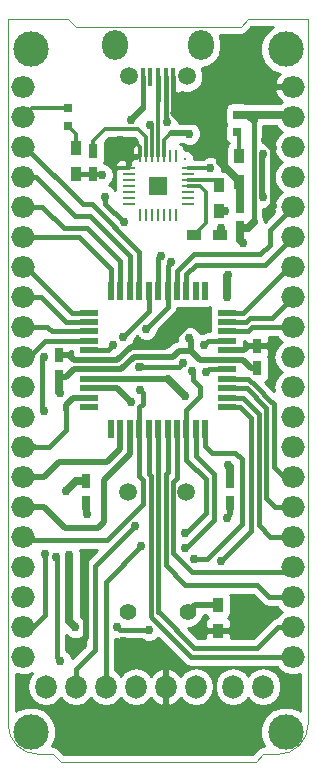
<source format=gtl>
G04 #@! TF.FileFunction,Copper,L1,Top,Signal*
%FSLAX46Y46*%
G04 Gerber Fmt 4.6, Leading zero omitted, Abs format (unit mm)*
G04 Created by KiCad (PCBNEW 4.0.4-stable) date 08/11/17 11:51:25*
%MOMM*%
%LPD*%
G01*
G04 APERTURE LIST*
%ADD10C,0.150000*%
%ADD11C,0.100000*%
%ADD12O,1.800000X2.000000*%
%ADD13O,2.000000X1.800000*%
%ADD14C,3.000000*%
%ADD15R,0.750000X1.200000*%
%ADD16R,0.900000X1.200000*%
%ADD17R,1.600000X0.560000*%
%ADD18R,0.560000X1.600000*%
%ADD19R,1.200000X0.900000*%
%ADD20R,0.400000X1.600000*%
%ADD21C,1.500000*%
%ADD22O,2.200000X2.500000*%
%ADD23R,0.797560X0.797560*%
%ADD24C,1.397000*%
%ADD25R,0.231140X1.000760*%
%ADD26R,1.000760X0.231140*%
%ADD27R,1.501140X1.501140*%
%ADD28C,0.299720*%
%ADD29C,0.760000*%
%ADD30C,0.381000*%
%ADD31C,0.635000*%
%ADD32C,0.508000*%
%ADD33C,0.304800*%
%ADD34C,0.254000*%
G04 APERTURE END LIST*
D10*
D11*
X136144000Y-85090000D02*
X143256000Y-85090000D01*
X129540000Y-146685000D02*
X130810000Y-146685000D01*
X148590000Y-146685000D02*
X149225000Y-146685000D01*
X147955000Y-147320000D02*
X148590000Y-146685000D01*
X131445000Y-147320000D02*
X147955000Y-147320000D01*
X130810000Y-146685000D02*
X131445000Y-147320000D01*
X132080000Y-84455000D02*
X127000000Y-84455000D01*
X132715000Y-85090000D02*
X132080000Y-84455000D01*
X133985000Y-85090000D02*
X132715000Y-85090000D01*
X136144000Y-85090000D02*
X135890000Y-85090000D01*
X143510000Y-85090000D02*
X143256000Y-85090000D01*
X146050000Y-85090000D02*
X143510000Y-85090000D01*
X134620000Y-85090000D02*
X135890000Y-85090000D01*
X149225000Y-146685000D02*
X149860000Y-146685000D01*
X146685000Y-85090000D02*
X146050000Y-85090000D01*
X147320000Y-84455000D02*
X146685000Y-85090000D01*
X152400000Y-84455000D02*
X147320000Y-84455000D01*
X152400000Y-85090000D02*
X152400000Y-84455000D01*
X133985000Y-85090000D02*
X134620000Y-85090000D01*
X127000000Y-85090000D02*
X127000000Y-84455000D01*
X127000000Y-144145000D02*
X127000000Y-140335000D01*
X152400000Y-142875000D02*
X152400000Y-144145000D01*
X127000000Y-144145000D02*
G75*
G03X129540000Y-146685000I2540000J0D01*
G01*
X149860000Y-146685000D02*
G75*
G03X152400000Y-144145000I0J2540000D01*
G01*
X127000000Y-139700000D02*
X127000000Y-140335000D01*
X152400000Y-139700000D02*
X152400000Y-142875000D01*
X152400000Y-85090000D02*
X152400000Y-90170000D01*
X127000000Y-90170000D02*
X127000000Y-85090000D01*
X152400000Y-90170000D02*
X152400000Y-139700000D01*
X127000000Y-90170000D02*
X127000000Y-139700000D01*
D12*
X142875000Y-140970000D03*
X140335000Y-140970000D03*
X137795000Y-140970000D03*
X135255000Y-140970000D03*
X132715000Y-140970000D03*
X130175000Y-140970000D03*
X146050000Y-140970000D03*
X148590000Y-140970000D03*
D13*
X151130000Y-115570000D03*
X151130000Y-118110000D03*
X151130000Y-120650000D03*
X151130000Y-123190000D03*
X151130000Y-125730000D03*
X151130000Y-128270000D03*
X151130000Y-130810000D03*
X151130000Y-133350000D03*
X151130000Y-135890000D03*
X151130000Y-138430000D03*
X128270000Y-138430000D03*
X128270000Y-135890000D03*
X128270000Y-133350000D03*
X128270000Y-130810000D03*
X128270000Y-128270000D03*
X128270000Y-125730000D03*
X128270000Y-123190000D03*
X128270000Y-120650000D03*
X128270000Y-118110000D03*
X128270000Y-115570000D03*
X151130000Y-90170000D03*
X151130000Y-92710000D03*
X151130000Y-95250000D03*
X151130000Y-97790000D03*
X151130000Y-100330000D03*
X151130000Y-102870000D03*
X151130000Y-105410000D03*
X151130000Y-107950000D03*
X151130000Y-110490000D03*
X151130000Y-113030000D03*
X128270000Y-113030000D03*
X128270000Y-110490000D03*
X128270000Y-107950000D03*
X128270000Y-105410000D03*
X128270000Y-102870000D03*
X128270000Y-100330000D03*
X128270000Y-97790000D03*
X128270000Y-95250000D03*
X128270000Y-92710000D03*
X128270000Y-90170000D03*
D14*
X150495000Y-86995000D03*
X128905000Y-86995000D03*
X150495000Y-144780000D03*
X128905000Y-144780000D03*
D15*
X145796000Y-123510000D03*
X145796000Y-125410000D03*
X133604000Y-123510000D03*
X133604000Y-125410000D03*
X148082000Y-112080000D03*
X148082000Y-113980000D03*
X131318000Y-112842000D03*
X131318000Y-114742000D03*
D16*
X144780000Y-134028000D03*
X144780000Y-136228000D03*
X146558000Y-98229600D03*
X146558000Y-96029600D03*
X132740400Y-95318400D03*
X132740400Y-97518400D03*
D17*
X145550000Y-117284000D03*
X145550000Y-116484000D03*
X145550000Y-115684000D03*
X145550000Y-114884000D03*
X145550000Y-114084000D03*
X145550000Y-113284000D03*
X145550000Y-112484000D03*
X145550000Y-111684000D03*
X145550000Y-110884000D03*
X145550000Y-110084000D03*
X145550000Y-109284000D03*
D18*
X143700000Y-107434000D03*
X142900000Y-107434000D03*
X142100000Y-107434000D03*
X141300000Y-107434000D03*
X140500000Y-107434000D03*
X139700000Y-107434000D03*
X138900000Y-107434000D03*
X138100000Y-107434000D03*
X137300000Y-107434000D03*
X136500000Y-107434000D03*
X135700000Y-107434000D03*
D17*
X133850000Y-109284000D03*
X133850000Y-110084000D03*
X133850000Y-110884000D03*
X133850000Y-111684000D03*
X133850000Y-112484000D03*
X133850000Y-113284000D03*
X133850000Y-114084000D03*
X133850000Y-114884000D03*
X133850000Y-115684000D03*
X133850000Y-116484000D03*
X133850000Y-117284000D03*
D18*
X135700000Y-119134000D03*
X136500000Y-119134000D03*
X137300000Y-119134000D03*
X138100000Y-119134000D03*
X138900000Y-119134000D03*
X139700000Y-119134000D03*
X140500000Y-119134000D03*
X141300000Y-119134000D03*
X142100000Y-119134000D03*
X142900000Y-119134000D03*
X143700000Y-119134000D03*
D15*
X146608800Y-100243600D03*
X146608800Y-102143600D03*
X134213600Y-97520800D03*
X134213600Y-95620800D03*
D16*
X144881600Y-100718800D03*
X144881600Y-98518800D03*
D19*
X144965600Y-102717600D03*
X142765600Y-102717600D03*
D20*
X141000000Y-89381000D03*
X140350000Y-89381000D03*
X139700000Y-89381000D03*
X139050000Y-89381000D03*
X138400000Y-89381000D03*
D21*
X142125000Y-89281000D03*
D22*
X143325000Y-86631000D03*
D21*
X137275000Y-89281000D03*
D22*
X136075000Y-86631000D03*
D23*
X146405600Y-94018100D03*
X146405600Y-92519500D03*
X132029200Y-91960700D03*
X132029200Y-93459300D03*
D24*
X142240000Y-134620000D03*
X137160000Y-134620000D03*
D25*
X138198860Y-96052640D03*
X138699240Y-96052640D03*
X139199620Y-96052640D03*
X139700000Y-96052640D03*
X140200380Y-96052640D03*
X140700760Y-96052640D03*
X141201140Y-96052640D03*
D26*
X142199360Y-97050860D03*
X142199360Y-97551240D03*
X142199360Y-98051620D03*
X142199360Y-98552000D03*
X142199360Y-99052380D03*
X142199360Y-99552760D03*
X142199360Y-100053140D03*
D25*
X141201140Y-101051360D03*
X140700760Y-101051360D03*
X140200380Y-101051360D03*
X139700000Y-101051360D03*
X139199620Y-101051360D03*
X138699240Y-101051360D03*
X138198860Y-101051360D03*
D26*
X137200640Y-100053140D03*
X137200640Y-99552760D03*
X137200640Y-99052380D03*
X137200640Y-98552000D03*
X137200640Y-98051620D03*
X137200640Y-97551240D03*
X137200640Y-97050860D03*
D27*
X139700000Y-98552000D03*
D28*
X141950440Y-96301560D03*
D21*
X137160000Y-124460000D03*
X142060000Y-124460000D03*
D29*
X142900400Y-109575600D03*
X149352000Y-111861600D03*
X148945600Y-100736400D03*
X148742400Y-94640400D03*
X144932400Y-95148400D03*
X136448800Y-94640400D03*
X143560800Y-93116400D03*
X143205200Y-136550400D03*
X137972800Y-111658400D03*
X133756400Y-129641600D03*
X132842000Y-137566400D03*
X136753600Y-137058400D03*
X137718800Y-127355600D03*
X140817600Y-105003600D03*
X138684000Y-110642400D03*
X138226800Y-129082800D03*
X139903200Y-104495600D03*
X138910000Y-136150000D03*
X136180000Y-135900000D03*
X131430000Y-138760000D03*
X131080000Y-129990000D03*
X136702800Y-111353600D03*
X135229600Y-99466400D03*
X136804400Y-101650800D03*
X145389600Y-100685600D03*
X145034000Y-130302000D03*
X129997200Y-117602000D03*
X130048000Y-113030000D03*
X130098800Y-129743200D03*
X145034000Y-102108000D03*
X142748000Y-130149600D03*
X137414000Y-92964000D03*
X131419600Y-116078000D03*
X142341600Y-94132400D03*
X134975600Y-97637600D03*
X131876800Y-124409200D03*
X132689600Y-135940800D03*
X132181600Y-129794000D03*
X145643600Y-106121200D03*
X145542000Y-108000800D03*
X142341600Y-111455200D03*
X146862800Y-103428800D03*
X145643600Y-122174000D03*
X145491200Y-126644400D03*
X141986000Y-116332000D03*
X133654800Y-126339600D03*
X137414000Y-116840000D03*
X141986000Y-129235200D03*
X135890000Y-112014000D03*
X143560800Y-112014000D03*
X143713200Y-114350800D03*
X140411200Y-93167200D03*
X138988800Y-93421200D03*
X148590000Y-95859600D03*
X148590000Y-99466400D03*
X144119600Y-97078800D03*
X142595600Y-114249200D03*
X141935200Y-127914400D03*
X141782800Y-113588800D03*
X138176000Y-115874800D03*
X138074400Y-113893600D03*
D30*
X141000000Y-90932000D02*
X141000000Y-89381000D01*
D31*
X144932400Y-95148400D02*
X144932400Y-96520000D01*
X144932400Y-96520000D02*
X145338800Y-96926400D01*
X143560800Y-93116400D02*
X143560800Y-93776800D01*
X143560800Y-93776800D02*
X144932400Y-95148400D01*
D32*
X136245600Y-113284000D02*
X133850000Y-113284000D01*
X137363200Y-112166400D02*
X136245600Y-113284000D01*
X139446000Y-112166400D02*
X137363200Y-112166400D01*
X140309600Y-112166400D02*
X139446000Y-112166400D01*
X142900400Y-109575600D02*
X140309600Y-112166400D01*
X149133600Y-112080000D02*
X148082000Y-112080000D01*
X149352000Y-111861600D02*
X149133600Y-112080000D01*
D31*
X149453600Y-100228400D02*
X148945600Y-100736400D01*
D32*
X149453600Y-95351600D02*
X149453600Y-100228400D01*
D31*
X148742400Y-94640400D02*
X149453600Y-95351600D01*
X143560800Y-93776800D02*
X144932400Y-95148400D01*
D30*
X137566400Y-94640400D02*
X136448800Y-94640400D01*
X146558000Y-98229600D02*
X146558000Y-98145600D01*
D31*
X146558000Y-98145600D02*
X145338800Y-96926400D01*
D33*
X146558000Y-98229600D02*
X146558000Y-98094800D01*
D31*
X146608800Y-100243600D02*
X146608800Y-98280400D01*
D30*
X146608800Y-98280400D02*
X146558000Y-98229600D01*
X141000000Y-90905000D02*
X141000000Y-90932000D01*
X141000000Y-90932000D02*
X141000000Y-92384400D01*
D32*
X141000000Y-92384400D02*
X141732000Y-93116400D01*
X141732000Y-93116400D02*
X143560800Y-93116400D01*
D33*
X138198860Y-96052640D02*
X138198860Y-95272860D01*
X136116060Y-97050860D02*
X137200640Y-97050860D01*
X135382000Y-96316800D02*
X136116060Y-97050860D01*
X135382000Y-95300800D02*
X135382000Y-96316800D01*
X136042400Y-94640400D02*
X135382000Y-95300800D01*
X137566400Y-94640400D02*
X136042400Y-94640400D01*
X138198860Y-95272860D02*
X137566400Y-94640400D01*
D32*
X144780000Y-136228000D02*
X143527600Y-136228000D01*
X143527600Y-136228000D02*
X143205200Y-136550400D01*
X145550000Y-112484000D02*
X146951600Y-112484000D01*
X146951600Y-112484000D02*
X147355600Y-112080000D01*
X147355600Y-112080000D02*
X148082000Y-112080000D01*
X132588000Y-113284000D02*
X132146000Y-112842000D01*
X133850000Y-113284000D02*
X132588000Y-113284000D01*
X132146000Y-112842000D02*
X131318000Y-112842000D01*
X137972800Y-111658400D02*
X138480800Y-112166400D01*
X138480800Y-112166400D02*
X139395200Y-112166400D01*
X140335000Y-140970000D02*
X140335000Y-139065000D01*
X133604000Y-129794000D02*
X133756400Y-129641600D01*
X133604000Y-136804400D02*
X133604000Y-129794000D01*
X132842000Y-137566400D02*
X133604000Y-136804400D01*
X138328400Y-137058400D02*
X136753600Y-137058400D01*
X140335000Y-139065000D02*
X138328400Y-137058400D01*
D30*
X140500000Y-108724800D02*
X140500000Y-107434000D01*
X134315200Y-132588000D02*
X134315200Y-132130800D01*
X134315200Y-130759200D02*
X134315200Y-132130800D01*
X137718800Y-127355600D02*
X134315200Y-130759200D01*
X132715000Y-139420600D02*
X132715000Y-140970000D01*
X134315200Y-137820400D02*
X132715000Y-139420600D01*
X134315200Y-132232400D02*
X134315200Y-132588000D01*
X134315200Y-132588000D02*
X134315200Y-137820400D01*
X140500000Y-107434000D02*
X140500000Y-105321200D01*
X140500000Y-105321200D02*
X140817600Y-105003600D01*
X138684000Y-110642400D02*
X140500000Y-108826400D01*
X140500000Y-108826400D02*
X140500000Y-107434000D01*
X135255000Y-132054600D02*
X135255000Y-134035800D01*
X138226800Y-129082800D02*
X135255000Y-132054600D01*
X135255000Y-140970000D02*
X135255000Y-134112000D01*
X135255000Y-134112000D02*
X135255000Y-132562600D01*
X139700000Y-107434000D02*
X139700000Y-104698800D01*
X139700000Y-104698800D02*
X139903200Y-104495600D01*
X136430000Y-136150000D02*
X138910000Y-136150000D01*
X136180000Y-135900000D02*
X136430000Y-136150000D01*
X131100000Y-138430000D02*
X131430000Y-138760000D01*
X131100000Y-130010000D02*
X131100000Y-138430000D01*
X131080000Y-129990000D02*
X131100000Y-130010000D01*
D32*
X144780000Y-134028000D02*
X142832000Y-134028000D01*
X142832000Y-134028000D02*
X142240000Y-134620000D01*
D30*
X138900000Y-109156400D02*
X138900000Y-107434000D01*
X136702800Y-111353600D02*
X138900000Y-109156400D01*
X135229600Y-100076000D02*
X135229600Y-99466400D01*
X136804400Y-101650800D02*
X135229600Y-100076000D01*
X145356400Y-100718800D02*
X145389600Y-100685600D01*
X144881600Y-100718800D02*
X145356400Y-100718800D01*
X146646400Y-117284000D02*
X147574000Y-118211600D01*
X147574000Y-118211600D02*
X147574000Y-127762000D01*
X147574000Y-127762000D02*
X145034000Y-130302000D01*
X145550000Y-117284000D02*
X146646400Y-117284000D01*
X129997200Y-117602000D02*
X129844800Y-117449600D01*
X129844800Y-117449600D02*
X129844800Y-113233200D01*
X129844800Y-113233200D02*
X130048000Y-113030000D01*
X128270000Y-135890000D02*
X129133600Y-135890000D01*
X129133600Y-135890000D02*
X130098800Y-134924800D01*
X130098800Y-134924800D02*
X130098800Y-129743200D01*
X144965600Y-102717600D02*
X144965600Y-102176400D01*
X144965600Y-102176400D02*
X145034000Y-102108000D01*
D33*
X132029200Y-91960700D02*
X129019300Y-91960700D01*
X129019300Y-91960700D02*
X128270000Y-92710000D01*
D30*
X143700000Y-120586000D02*
X144246600Y-121132600D01*
X144246600Y-121132600D02*
X146227800Y-121132600D01*
X146227800Y-121132600D02*
X146812000Y-121716800D01*
X146812000Y-121716800D02*
X146812000Y-127152400D01*
X146812000Y-127152400D02*
X143814800Y-130149600D01*
X143814800Y-130149600D02*
X142748000Y-130149600D01*
X143700000Y-119134000D02*
X143700000Y-120586000D01*
D31*
X145796000Y-123510000D02*
X145796000Y-122326400D01*
D30*
X138400000Y-89381000D02*
X138400000Y-90905000D01*
D32*
X137414000Y-92964000D02*
X138400000Y-91978000D01*
D30*
X138400000Y-91978000D02*
X138400000Y-90905000D01*
D31*
X131318000Y-115976400D02*
X131318000Y-114742000D01*
D32*
X131419600Y-116078000D02*
X131318000Y-115976400D01*
X139344400Y-113030000D02*
X137617200Y-113030000D01*
X136563200Y-114084000D02*
X133850000Y-114084000D01*
X137617200Y-113030000D02*
X136563200Y-114084000D01*
D30*
X139344400Y-113030000D02*
X139242800Y-113030000D01*
D32*
X141427200Y-112522000D02*
X140919200Y-113030000D01*
X140919200Y-113030000D02*
X139344400Y-113030000D01*
X142494000Y-112522000D02*
X141427200Y-112522000D01*
X145550000Y-113284000D02*
X143256000Y-113284000D01*
X143256000Y-113284000D02*
X142494000Y-112522000D01*
D33*
X140200380Y-96052640D02*
X140200380Y-94648020D01*
X140200380Y-94648020D02*
X140766800Y-94081600D01*
D32*
X140766800Y-94081600D02*
X142290800Y-94081600D01*
D33*
X142290800Y-94081600D02*
X142341600Y-94132400D01*
D30*
X134213600Y-97520800D02*
X134858800Y-97520800D01*
X134858800Y-97520800D02*
X134975600Y-97637600D01*
D31*
X146405600Y-92519500D02*
X150939500Y-92519500D01*
D30*
X150939500Y-92519500D02*
X151130000Y-92710000D01*
D31*
X146608800Y-102143600D02*
X147284400Y-102143600D01*
D30*
X147281900Y-92519500D02*
X146405600Y-92519500D01*
D31*
X147777200Y-93014800D02*
X147281900Y-92519500D01*
D30*
X147777200Y-101650800D02*
X147777200Y-93014800D01*
D31*
X147284400Y-102143600D02*
X147777200Y-101650800D01*
D30*
X134213600Y-97520800D02*
X132742800Y-97520800D01*
X132742800Y-97520800D02*
X132740400Y-97518400D01*
D33*
X150939500Y-92519500D02*
X151130000Y-92710000D01*
D31*
X132776000Y-123510000D02*
X133604000Y-123510000D01*
X131876800Y-124409200D02*
X132776000Y-123510000D01*
X132689600Y-135940800D02*
X132181600Y-135432800D01*
X132181600Y-135432800D02*
X132181600Y-129794000D01*
D32*
X145550000Y-113284000D02*
X146862800Y-113284000D01*
X147558800Y-113980000D02*
X148082000Y-113980000D01*
X146862800Y-113284000D02*
X147558800Y-113980000D01*
X132550000Y-114084000D02*
X131892000Y-114742000D01*
X133850000Y-114084000D02*
X132550000Y-114084000D01*
X131892000Y-114742000D02*
X131318000Y-114742000D01*
X145643600Y-106121200D02*
X145542000Y-106222800D01*
D31*
X145542000Y-106222800D02*
X145542000Y-108000800D01*
D32*
X142341600Y-111455200D02*
X142494000Y-111607600D01*
X142494000Y-111607600D02*
X142494000Y-112522000D01*
D31*
X146608800Y-102143600D02*
X146608800Y-103174800D01*
X146608800Y-103174800D02*
X146862800Y-103428800D01*
D32*
X145796000Y-122326400D02*
X145643600Y-122174000D01*
X145796000Y-125410000D02*
X145796000Y-126339600D01*
X145796000Y-126339600D02*
X145491200Y-126644400D01*
D31*
X140538000Y-114884000D02*
X141986000Y-116332000D01*
D32*
X133850000Y-114884000D02*
X140538000Y-114884000D01*
X133604000Y-125410000D02*
X133604000Y-126288800D01*
X133604000Y-126288800D02*
X133654800Y-126339600D01*
X136258000Y-115684000D02*
X137414000Y-116840000D01*
X133850000Y-115684000D02*
X136258000Y-115684000D01*
D33*
X146558000Y-96029600D02*
X146558000Y-94170500D01*
X146558000Y-94170500D02*
X146405600Y-94018100D01*
X132740400Y-95318400D02*
X132740400Y-94170500D01*
X132740400Y-94170500D02*
X132029200Y-93459300D01*
D30*
X142900000Y-121411600D02*
X144424400Y-122936000D01*
X144424400Y-122936000D02*
X144424400Y-126847600D01*
X144424400Y-126847600D02*
X142036800Y-129235200D01*
X142036800Y-129235200D02*
X141986000Y-129235200D01*
X142900000Y-119134000D02*
X142900000Y-121411600D01*
D32*
X137300000Y-121272000D02*
X135128000Y-123444000D01*
X135128000Y-123444000D02*
X135128000Y-127000000D01*
X135128000Y-127000000D02*
X134620000Y-127508000D01*
X134620000Y-127508000D02*
X131826000Y-127508000D01*
X131826000Y-127508000D02*
X130048000Y-125730000D01*
X130048000Y-125730000D02*
X128270000Y-125730000D01*
X137300000Y-119134000D02*
X137300000Y-121272000D01*
X136500000Y-120802000D02*
X135382000Y-121920000D01*
X135382000Y-121920000D02*
X131318000Y-121920000D01*
X131318000Y-121920000D02*
X130048000Y-123190000D01*
X130048000Y-123190000D02*
X128270000Y-123190000D01*
X136500000Y-119134000D02*
X136500000Y-120802000D01*
D30*
X131876800Y-117500400D02*
X131876800Y-119227600D01*
X130454400Y-120650000D02*
X128270000Y-120650000D01*
X131876800Y-119227600D02*
X130454400Y-120650000D01*
D32*
X129286000Y-120650000D02*
X128270000Y-120650000D01*
X132486800Y-116484000D02*
X131876800Y-117094000D01*
X131876800Y-117094000D02*
X131876800Y-117500400D01*
X133850000Y-116484000D02*
X132486800Y-116484000D01*
D30*
X135420000Y-112484000D02*
X135890000Y-112014000D01*
X133850000Y-112484000D02*
X135420000Y-112484000D01*
X128778000Y-113030000D02*
X128270000Y-113030000D01*
X130124000Y-111684000D02*
X128778000Y-113030000D01*
X133850000Y-111684000D02*
X130124000Y-111684000D01*
X130696000Y-110884000D02*
X130302000Y-110490000D01*
X130302000Y-110490000D02*
X128270000Y-110490000D01*
X133850000Y-110884000D02*
X130696000Y-110884000D01*
X131928000Y-110084000D02*
X129794000Y-107950000D01*
X129794000Y-107950000D02*
X128270000Y-107950000D01*
X133850000Y-110084000D02*
X131928000Y-110084000D01*
X128524000Y-105410000D02*
X128270000Y-105410000D01*
X132398000Y-109284000D02*
X128524000Y-105410000D01*
X133850000Y-109284000D02*
X132398000Y-109284000D01*
X135700000Y-107434000D02*
X135700000Y-105575600D01*
X132994400Y-102870000D02*
X128270000Y-102870000D01*
X135700000Y-105575600D02*
X132994400Y-102870000D01*
X136500000Y-107434000D02*
X136500000Y-104953200D01*
X129895600Y-100330000D02*
X128270000Y-100330000D01*
X131724400Y-102158800D02*
X129895600Y-100330000D01*
X133705600Y-102158800D02*
X131724400Y-102158800D01*
X136500000Y-104953200D02*
X133705600Y-102158800D01*
X137300000Y-107434000D02*
X137300000Y-104483200D01*
X133959600Y-101142800D02*
X132689600Y-101142800D01*
X137300000Y-104483200D02*
X133959600Y-101142800D01*
X129336800Y-97790000D02*
X128270000Y-97790000D01*
X132689600Y-101142800D02*
X129336800Y-97790000D01*
X134010400Y-100126800D02*
X133299200Y-100126800D01*
X133299200Y-100126800D02*
X128422400Y-95250000D01*
X128422400Y-95250000D02*
X128270000Y-95250000D01*
X138100000Y-107434000D02*
X138100000Y-104114800D01*
X134112000Y-100126800D02*
X134010400Y-100126800D01*
X138100000Y-104114800D02*
X134112000Y-100126800D01*
X128422400Y-95250000D02*
X128270000Y-95250000D01*
X141300000Y-107434000D02*
X141300000Y-105740400D01*
X149148800Y-102311200D02*
X151130000Y-100330000D01*
X149148800Y-103530400D02*
X149148800Y-102311200D01*
X148336000Y-104343200D02*
X149148800Y-103530400D01*
X142697200Y-104343200D02*
X148336000Y-104343200D01*
X141300000Y-105740400D02*
X142697200Y-104343200D01*
X142100000Y-107434000D02*
X142100000Y-106058000D01*
X148742400Y-105257600D02*
X151130000Y-102870000D01*
X142900400Y-105257600D02*
X148742400Y-105257600D01*
X142100000Y-106058000D02*
X142900400Y-105257600D01*
X145550000Y-109284000D02*
X146900400Y-109284000D01*
X146900400Y-109284000D02*
X150774400Y-105410000D01*
X150774400Y-105410000D02*
X151130000Y-105410000D01*
X145550000Y-110084000D02*
X147167200Y-110084000D01*
X149301200Y-109778800D02*
X151130000Y-107950000D01*
X147472400Y-109778800D02*
X149301200Y-109778800D01*
X147167200Y-110084000D02*
X147472400Y-109778800D01*
X145550000Y-110884000D02*
X147281600Y-110884000D01*
X147675600Y-110490000D02*
X151130000Y-110490000D01*
X147281600Y-110884000D02*
X147675600Y-110490000D01*
X145550000Y-111684000D02*
X143890800Y-111684000D01*
X143890800Y-111684000D02*
X143560800Y-112014000D01*
X145550000Y-114084000D02*
X143980000Y-114084000D01*
X143980000Y-114084000D02*
X143713200Y-114350800D01*
X149504404Y-121005600D02*
X149504404Y-122377204D01*
X149504404Y-122377204D02*
X150317200Y-123190000D01*
X150317200Y-123190000D02*
X151130000Y-123190000D01*
X147946814Y-115501986D02*
X149293014Y-116848186D01*
X147328828Y-114884000D02*
X147946814Y-115501986D01*
X145550000Y-114884000D02*
X147328828Y-114884000D01*
X149504404Y-117043204D02*
X149504404Y-121005600D01*
X149309386Y-116848186D02*
X149504404Y-117043204D01*
X149293014Y-116848186D02*
X149309386Y-116848186D01*
X145550000Y-115684000D02*
X147230800Y-115684000D01*
X149606000Y-125730000D02*
X151130000Y-125730000D01*
X148869402Y-124993402D02*
X149606000Y-125730000D01*
X148869402Y-117322602D02*
X148869402Y-124993402D01*
X147230800Y-115684000D02*
X148869402Y-117322602D01*
X145550000Y-116484000D02*
X146862400Y-116484000D01*
X149199600Y-128270000D02*
X151130000Y-128270000D01*
X148234400Y-127304800D02*
X149199600Y-128270000D01*
X148234400Y-117856000D02*
X148234400Y-127304800D01*
X146862400Y-116484000D02*
X148234400Y-117856000D01*
X150672800Y-131267200D02*
X151130000Y-130810000D01*
X140970008Y-129641608D02*
X142595600Y-131267200D01*
X142595600Y-131267200D02*
X150672800Y-131267200D01*
X141300000Y-119134000D02*
X141300000Y-123317208D01*
X140970008Y-123647200D02*
X140970008Y-124460000D01*
X141300000Y-123317208D02*
X140970008Y-123647200D01*
X140970008Y-124460000D02*
X140970008Y-129641608D01*
X148082000Y-132334000D02*
X149098000Y-133350000D01*
X141986000Y-132334000D02*
X148082000Y-132334000D01*
X149098000Y-133350000D02*
X151130000Y-133350000D01*
X140500000Y-122809418D02*
X140335006Y-122974412D01*
X140335006Y-122974412D02*
X140335006Y-125730000D01*
X140500000Y-119134000D02*
X140500000Y-122809418D01*
X140335006Y-130683006D02*
X141986000Y-132334000D01*
X140335006Y-125730000D02*
X140335006Y-130683006D01*
X139700000Y-122377200D02*
X139700000Y-122428000D01*
X139700000Y-119134000D02*
X139700000Y-122377200D01*
X139700004Y-134620004D02*
X139827002Y-134747002D01*
X139700000Y-122682000D02*
X139700000Y-122377200D01*
X139700004Y-122682004D02*
X139700004Y-123596400D01*
X139700000Y-122682000D02*
X139700004Y-122682004D01*
X151130000Y-135890000D02*
X149860000Y-135890000D01*
X148082000Y-137668000D02*
X149860000Y-135890000D01*
X142748000Y-137668000D02*
X148082000Y-137668000D01*
X139827002Y-134747002D02*
X142748000Y-137668000D01*
X139700004Y-123596400D02*
X139700004Y-134620004D01*
X139192000Y-135128000D02*
X142494000Y-138430000D01*
X142494000Y-138430000D02*
X151130000Y-138430000D01*
X138900000Y-119134000D02*
X138900000Y-121818400D01*
X138900000Y-122948800D02*
X139065002Y-123113802D01*
X139065002Y-123113802D02*
X139065002Y-135001002D01*
X139065002Y-135001002D02*
X139192000Y-135128000D01*
X138900000Y-121818400D02*
X138900000Y-122948800D01*
D33*
X138699240Y-96052640D02*
X138699240Y-94452440D01*
X134213600Y-94742000D02*
X134213600Y-95620800D01*
X135229600Y-93726000D02*
X134213600Y-94742000D01*
X137972800Y-93726000D02*
X135229600Y-93726000D01*
X138699240Y-94452440D02*
X137972800Y-93726000D01*
D30*
X140350000Y-89381000D02*
X140350000Y-93106000D01*
X140350000Y-93106000D02*
X140411200Y-93167200D01*
X140350000Y-91059000D02*
X140350000Y-89381000D01*
D33*
X139199620Y-96052640D02*
X139199620Y-93632020D01*
X140350000Y-93106000D02*
X140350000Y-91059000D01*
X140350000Y-91059000D02*
X140350000Y-90905000D01*
X140411200Y-93167200D02*
X140350000Y-93106000D01*
X139199620Y-93632020D02*
X138988800Y-93421200D01*
D32*
X148488400Y-96875600D02*
X148488400Y-95961200D01*
X148488400Y-95961200D02*
X148590000Y-95859600D01*
X148488400Y-99364800D02*
X148488400Y-96875600D01*
X148590000Y-99466400D02*
X148488400Y-99364800D01*
D33*
X142199360Y-97050860D02*
X144091660Y-97050860D01*
X144091660Y-97050860D02*
X144119600Y-97078800D01*
X142199360Y-98051620D02*
X144414420Y-98051620D01*
X144414420Y-98051620D02*
X144881600Y-98518800D01*
D30*
X139700000Y-89381000D02*
X139700000Y-91313000D01*
D33*
X139700000Y-96052640D02*
X139700000Y-91313000D01*
X139700000Y-91313000D02*
X139700000Y-90905000D01*
D30*
X142646400Y-115011200D02*
X143256000Y-115620800D01*
X143256000Y-115620800D02*
X143256000Y-116382800D01*
X143256000Y-116382800D02*
X142100000Y-117538800D01*
X142100000Y-117538800D02*
X142100000Y-119134000D01*
X142646400Y-114300000D02*
X142646400Y-115011200D01*
X142595600Y-114249200D02*
X142646400Y-114300000D01*
X142100000Y-121729200D02*
X143713200Y-123342400D01*
X142100000Y-119134000D02*
X142100000Y-121729200D01*
X142087600Y-127914400D02*
X141935200Y-127914400D01*
X143713200Y-126288800D02*
X142087600Y-127914400D01*
X143713200Y-123342400D02*
X143713200Y-126288800D01*
X141478000Y-113893600D02*
X138074400Y-113893600D01*
X141782800Y-113588800D02*
X141478000Y-113893600D01*
X138100000Y-117271600D02*
X138100000Y-119134000D01*
X138379200Y-116992400D02*
X138100000Y-117271600D01*
X138379200Y-116078000D02*
X138379200Y-116992400D01*
X138176000Y-115874800D02*
X138379200Y-116078000D01*
X138226800Y-113741200D02*
X138074400Y-113893600D01*
X128524000Y-128524000D02*
X128270000Y-128270000D01*
X138100000Y-123114000D02*
X138430000Y-123444000D01*
X138100000Y-119134000D02*
X138100000Y-123114000D01*
X135382000Y-128524000D02*
X128524000Y-128524000D01*
X138430000Y-125476000D02*
X135382000Y-128524000D01*
X138430000Y-123444000D02*
X138430000Y-125476000D01*
D33*
X142199360Y-98552000D02*
X143256000Y-98552000D01*
X143764000Y-101719200D02*
X142765600Y-102717600D01*
X143764000Y-99060000D02*
X143764000Y-101719200D01*
X143256000Y-98552000D02*
X143764000Y-99060000D01*
D34*
G36*
X141910283Y-139013717D02*
X142178094Y-139192663D01*
X142494000Y-139255500D01*
X149738894Y-139255500D01*
X149912559Y-139515409D01*
X150410549Y-139848155D01*
X150997968Y-139965000D01*
X151262032Y-139965000D01*
X151715000Y-139874899D01*
X151715000Y-142980148D01*
X151705959Y-142971091D01*
X150921541Y-142645372D01*
X150072185Y-142644630D01*
X149287200Y-142968980D01*
X148686091Y-143569041D01*
X148360372Y-144353459D01*
X148359630Y-145202815D01*
X148683980Y-145987800D01*
X148696159Y-146000000D01*
X148590000Y-146000000D01*
X148327862Y-146052143D01*
X148105632Y-146200632D01*
X147671264Y-146635000D01*
X131728736Y-146635000D01*
X131294368Y-146200632D01*
X131072138Y-146052143D01*
X130810000Y-146000000D01*
X130704852Y-146000000D01*
X130713909Y-145990959D01*
X131039628Y-145206541D01*
X131040370Y-144357185D01*
X130716020Y-143572200D01*
X130115959Y-142971091D01*
X129331541Y-142645372D01*
X128482185Y-142644630D01*
X127697200Y-142968980D01*
X127685000Y-142981159D01*
X127685000Y-139874899D01*
X128137968Y-139965000D01*
X128402032Y-139965000D01*
X128989451Y-139848155D01*
X129054966Y-139804380D01*
X128756845Y-140250549D01*
X128640000Y-140837968D01*
X128640000Y-141102032D01*
X128756845Y-141689451D01*
X129089591Y-142187441D01*
X129587581Y-142520187D01*
X130175000Y-142637032D01*
X130762419Y-142520187D01*
X131260409Y-142187441D01*
X131445000Y-141911181D01*
X131629591Y-142187441D01*
X132127581Y-142520187D01*
X132715000Y-142637032D01*
X133302419Y-142520187D01*
X133800409Y-142187441D01*
X133985000Y-141911181D01*
X134169591Y-142187441D01*
X134667581Y-142520187D01*
X135255000Y-142637032D01*
X135842419Y-142520187D01*
X136340409Y-142187441D01*
X136525000Y-141911181D01*
X136709591Y-142187441D01*
X137207581Y-142520187D01*
X137795000Y-142637032D01*
X138382419Y-142520187D01*
X138880409Y-142187441D01*
X139061816Y-141915946D01*
X139455248Y-142326809D01*
X139970260Y-142561036D01*
X140208000Y-142440378D01*
X140208000Y-141097000D01*
X140188000Y-141097000D01*
X140188000Y-140843000D01*
X140208000Y-140843000D01*
X140208000Y-139499622D01*
X140462000Y-139499622D01*
X140462000Y-140843000D01*
X140482000Y-140843000D01*
X140482000Y-141097000D01*
X140462000Y-141097000D01*
X140462000Y-142440378D01*
X140699740Y-142561036D01*
X141214752Y-142326809D01*
X141608184Y-141915946D01*
X141789591Y-142187441D01*
X142287581Y-142520187D01*
X142875000Y-142637032D01*
X143462419Y-142520187D01*
X143960409Y-142187441D01*
X144293155Y-141689451D01*
X144410000Y-141102032D01*
X144410000Y-140837968D01*
X144515000Y-140837968D01*
X144515000Y-141102032D01*
X144631845Y-141689451D01*
X144964591Y-142187441D01*
X145462581Y-142520187D01*
X146050000Y-142637032D01*
X146637419Y-142520187D01*
X147135409Y-142187441D01*
X147320000Y-141911181D01*
X147504591Y-142187441D01*
X148002581Y-142520187D01*
X148590000Y-142637032D01*
X149177419Y-142520187D01*
X149675409Y-142187441D01*
X150008155Y-141689451D01*
X150125000Y-141102032D01*
X150125000Y-140837968D01*
X150008155Y-140250549D01*
X149675409Y-139752559D01*
X149177419Y-139419813D01*
X148590000Y-139302968D01*
X148002581Y-139419813D01*
X147504591Y-139752559D01*
X147320000Y-140028819D01*
X147135409Y-139752559D01*
X146637419Y-139419813D01*
X146050000Y-139302968D01*
X145462581Y-139419813D01*
X144964591Y-139752559D01*
X144631845Y-140250549D01*
X144515000Y-140837968D01*
X144410000Y-140837968D01*
X144293155Y-140250549D01*
X143960409Y-139752559D01*
X143462419Y-139419813D01*
X142875000Y-139302968D01*
X142287581Y-139419813D01*
X141789591Y-139752559D01*
X141608184Y-140024054D01*
X141214752Y-139613191D01*
X140699740Y-139378964D01*
X140462000Y-139499622D01*
X140208000Y-139499622D01*
X139970260Y-139378964D01*
X139455248Y-139613191D01*
X139061816Y-140024054D01*
X138880409Y-139752559D01*
X138382419Y-139419813D01*
X137795000Y-139302968D01*
X137207581Y-139419813D01*
X136709591Y-139752559D01*
X136525000Y-140028819D01*
X136340409Y-139752559D01*
X136080500Y-139578894D01*
X136080500Y-136914913D01*
X136125606Y-136914953D01*
X136430000Y-136975500D01*
X138299885Y-136975500D01*
X138334298Y-137009973D01*
X138707218Y-137164823D01*
X139111010Y-137165176D01*
X139484200Y-137010977D01*
X139696056Y-136799490D01*
X141910283Y-139013717D01*
X141910283Y-139013717D01*
G37*
X141910283Y-139013717D02*
X142178094Y-139192663D01*
X142494000Y-139255500D01*
X149738894Y-139255500D01*
X149912559Y-139515409D01*
X150410549Y-139848155D01*
X150997968Y-139965000D01*
X151262032Y-139965000D01*
X151715000Y-139874899D01*
X151715000Y-142980148D01*
X151705959Y-142971091D01*
X150921541Y-142645372D01*
X150072185Y-142644630D01*
X149287200Y-142968980D01*
X148686091Y-143569041D01*
X148360372Y-144353459D01*
X148359630Y-145202815D01*
X148683980Y-145987800D01*
X148696159Y-146000000D01*
X148590000Y-146000000D01*
X148327862Y-146052143D01*
X148105632Y-146200632D01*
X147671264Y-146635000D01*
X131728736Y-146635000D01*
X131294368Y-146200632D01*
X131072138Y-146052143D01*
X130810000Y-146000000D01*
X130704852Y-146000000D01*
X130713909Y-145990959D01*
X131039628Y-145206541D01*
X131040370Y-144357185D01*
X130716020Y-143572200D01*
X130115959Y-142971091D01*
X129331541Y-142645372D01*
X128482185Y-142644630D01*
X127697200Y-142968980D01*
X127685000Y-142981159D01*
X127685000Y-139874899D01*
X128137968Y-139965000D01*
X128402032Y-139965000D01*
X128989451Y-139848155D01*
X129054966Y-139804380D01*
X128756845Y-140250549D01*
X128640000Y-140837968D01*
X128640000Y-141102032D01*
X128756845Y-141689451D01*
X129089591Y-142187441D01*
X129587581Y-142520187D01*
X130175000Y-142637032D01*
X130762419Y-142520187D01*
X131260409Y-142187441D01*
X131445000Y-141911181D01*
X131629591Y-142187441D01*
X132127581Y-142520187D01*
X132715000Y-142637032D01*
X133302419Y-142520187D01*
X133800409Y-142187441D01*
X133985000Y-141911181D01*
X134169591Y-142187441D01*
X134667581Y-142520187D01*
X135255000Y-142637032D01*
X135842419Y-142520187D01*
X136340409Y-142187441D01*
X136525000Y-141911181D01*
X136709591Y-142187441D01*
X137207581Y-142520187D01*
X137795000Y-142637032D01*
X138382419Y-142520187D01*
X138880409Y-142187441D01*
X139061816Y-141915946D01*
X139455248Y-142326809D01*
X139970260Y-142561036D01*
X140208000Y-142440378D01*
X140208000Y-141097000D01*
X140188000Y-141097000D01*
X140188000Y-140843000D01*
X140208000Y-140843000D01*
X140208000Y-139499622D01*
X140462000Y-139499622D01*
X140462000Y-140843000D01*
X140482000Y-140843000D01*
X140482000Y-141097000D01*
X140462000Y-141097000D01*
X140462000Y-142440378D01*
X140699740Y-142561036D01*
X141214752Y-142326809D01*
X141608184Y-141915946D01*
X141789591Y-142187441D01*
X142287581Y-142520187D01*
X142875000Y-142637032D01*
X143462419Y-142520187D01*
X143960409Y-142187441D01*
X144293155Y-141689451D01*
X144410000Y-141102032D01*
X144410000Y-140837968D01*
X144515000Y-140837968D01*
X144515000Y-141102032D01*
X144631845Y-141689451D01*
X144964591Y-142187441D01*
X145462581Y-142520187D01*
X146050000Y-142637032D01*
X146637419Y-142520187D01*
X147135409Y-142187441D01*
X147320000Y-141911181D01*
X147504591Y-142187441D01*
X148002581Y-142520187D01*
X148590000Y-142637032D01*
X149177419Y-142520187D01*
X149675409Y-142187441D01*
X150008155Y-141689451D01*
X150125000Y-141102032D01*
X150125000Y-140837968D01*
X150008155Y-140250549D01*
X149675409Y-139752559D01*
X149177419Y-139419813D01*
X148590000Y-139302968D01*
X148002581Y-139419813D01*
X147504591Y-139752559D01*
X147320000Y-140028819D01*
X147135409Y-139752559D01*
X146637419Y-139419813D01*
X146050000Y-139302968D01*
X145462581Y-139419813D01*
X144964591Y-139752559D01*
X144631845Y-140250549D01*
X144515000Y-140837968D01*
X144410000Y-140837968D01*
X144293155Y-140250549D01*
X143960409Y-139752559D01*
X143462419Y-139419813D01*
X142875000Y-139302968D01*
X142287581Y-139419813D01*
X141789591Y-139752559D01*
X141608184Y-140024054D01*
X141214752Y-139613191D01*
X140699740Y-139378964D01*
X140462000Y-139499622D01*
X140208000Y-139499622D01*
X139970260Y-139378964D01*
X139455248Y-139613191D01*
X139061816Y-140024054D01*
X138880409Y-139752559D01*
X138382419Y-139419813D01*
X137795000Y-139302968D01*
X137207581Y-139419813D01*
X136709591Y-139752559D01*
X136525000Y-140028819D01*
X136340409Y-139752559D01*
X136080500Y-139578894D01*
X136080500Y-136914913D01*
X136125606Y-136914953D01*
X136430000Y-136975500D01*
X138299885Y-136975500D01*
X138334298Y-137009973D01*
X138707218Y-137164823D01*
X139111010Y-137165176D01*
X139484200Y-137010977D01*
X139696056Y-136799490D01*
X141910283Y-139013717D01*
G36*
X133489700Y-137478467D02*
X132434650Y-138533516D01*
X132290977Y-138185800D01*
X132005702Y-137900027D01*
X131925500Y-137866724D01*
X131925500Y-136612046D01*
X132113898Y-136800773D01*
X132486818Y-136955623D01*
X132890610Y-136955976D01*
X133263800Y-136801777D01*
X133489700Y-136576271D01*
X133489700Y-137478467D01*
X133489700Y-137478467D01*
G37*
X133489700Y-137478467D02*
X132434650Y-138533516D01*
X132290977Y-138185800D01*
X132005702Y-137900027D01*
X131925500Y-137866724D01*
X131925500Y-136612046D01*
X132113898Y-136800773D01*
X132486818Y-136955623D01*
X132890610Y-136955976D01*
X133263800Y-136801777D01*
X133489700Y-136576271D01*
X133489700Y-137478467D01*
G36*
X148514283Y-133933717D02*
X148782094Y-134112663D01*
X149098000Y-134175501D01*
X149098005Y-134175500D01*
X149738894Y-134175500D01*
X149912559Y-134435409D01*
X150188819Y-134620000D01*
X149912559Y-134804591D01*
X149720331Y-135092281D01*
X149544095Y-135127337D01*
X149276283Y-135306283D01*
X149276281Y-135306286D01*
X147740066Y-136842500D01*
X145865000Y-136842500D01*
X145865000Y-136513750D01*
X145706250Y-136355000D01*
X144907000Y-136355000D01*
X144907000Y-136375000D01*
X144653000Y-136375000D01*
X144653000Y-136355000D01*
X143853750Y-136355000D01*
X143695000Y-136513750D01*
X143695000Y-136842500D01*
X143089934Y-136842500D01*
X142200900Y-135953466D01*
X142504086Y-135953731D01*
X142994380Y-135751146D01*
X143369827Y-135376353D01*
X143560567Y-134917000D01*
X143761382Y-134917000D01*
X143865910Y-135079441D01*
X143934006Y-135125969D01*
X143791673Y-135268302D01*
X143695000Y-135501691D01*
X143695000Y-135942250D01*
X143853750Y-136101000D01*
X144653000Y-136101000D01*
X144653000Y-136081000D01*
X144907000Y-136081000D01*
X144907000Y-136101000D01*
X145706250Y-136101000D01*
X145865000Y-135942250D01*
X145865000Y-135501691D01*
X145768327Y-135268302D01*
X145627090Y-135127064D01*
X145681441Y-135092090D01*
X145826431Y-134879890D01*
X145877440Y-134628000D01*
X145877440Y-133428000D01*
X145833162Y-133192683D01*
X145811809Y-133159500D01*
X147740066Y-133159500D01*
X148514283Y-133933717D01*
X148514283Y-133933717D01*
G37*
X148514283Y-133933717D02*
X148782094Y-134112663D01*
X149098000Y-134175501D01*
X149098005Y-134175500D01*
X149738894Y-134175500D01*
X149912559Y-134435409D01*
X150188819Y-134620000D01*
X149912559Y-134804591D01*
X149720331Y-135092281D01*
X149544095Y-135127337D01*
X149276283Y-135306283D01*
X149276281Y-135306286D01*
X147740066Y-136842500D01*
X145865000Y-136842500D01*
X145865000Y-136513750D01*
X145706250Y-136355000D01*
X144907000Y-136355000D01*
X144907000Y-136375000D01*
X144653000Y-136375000D01*
X144653000Y-136355000D01*
X143853750Y-136355000D01*
X143695000Y-136513750D01*
X143695000Y-136842500D01*
X143089934Y-136842500D01*
X142200900Y-135953466D01*
X142504086Y-135953731D01*
X142994380Y-135751146D01*
X143369827Y-135376353D01*
X143560567Y-134917000D01*
X143761382Y-134917000D01*
X143865910Y-135079441D01*
X143934006Y-135125969D01*
X143791673Y-135268302D01*
X143695000Y-135501691D01*
X143695000Y-135942250D01*
X143853750Y-136101000D01*
X144653000Y-136101000D01*
X144653000Y-136081000D01*
X144907000Y-136081000D01*
X144907000Y-136101000D01*
X145706250Y-136101000D01*
X145865000Y-135942250D01*
X145865000Y-135501691D01*
X145768327Y-135268302D01*
X145627090Y-135127064D01*
X145681441Y-135092090D01*
X145826431Y-134879890D01*
X145877440Y-134628000D01*
X145877440Y-133428000D01*
X145833162Y-133192683D01*
X145811809Y-133159500D01*
X147740066Y-133159500D01*
X148514283Y-133933717D01*
G36*
X133731483Y-130175483D02*
X133552537Y-130443294D01*
X133520735Y-130603173D01*
X133489700Y-130759200D01*
X133489700Y-135305617D01*
X133265302Y-135080827D01*
X133134100Y-135026347D01*
X133134100Y-130146872D01*
X133196423Y-129996782D01*
X133196776Y-129592990D01*
X133096168Y-129349500D01*
X134557466Y-129349500D01*
X133731483Y-130175483D01*
X133731483Y-130175483D01*
G37*
X133731483Y-130175483D02*
X133552537Y-130443294D01*
X133520735Y-130603173D01*
X133489700Y-130759200D01*
X133489700Y-135305617D01*
X133265302Y-135080827D01*
X133134100Y-135026347D01*
X133134100Y-130146872D01*
X133196423Y-129996782D01*
X133196776Y-129592990D01*
X133096168Y-129349500D01*
X134557466Y-129349500D01*
X133731483Y-130175483D01*
G36*
X149912559Y-111575409D02*
X150188819Y-111760000D01*
X149912559Y-111944591D01*
X149579813Y-112442581D01*
X149462968Y-113030000D01*
X149579813Y-113617419D01*
X149912559Y-114115409D01*
X150188819Y-114300000D01*
X149912559Y-114484591D01*
X149579813Y-114982581D01*
X149462968Y-115570000D01*
X149532668Y-115920407D01*
X148755054Y-115142792D01*
X148908441Y-115044090D01*
X149053431Y-114831890D01*
X149104440Y-114580000D01*
X149104440Y-113380000D01*
X149060162Y-113144683D01*
X148993671Y-113041354D01*
X148995327Y-113039698D01*
X149092000Y-112806309D01*
X149092000Y-112365750D01*
X148933250Y-112207000D01*
X148209000Y-112207000D01*
X148209000Y-112227000D01*
X147955000Y-112227000D01*
X147955000Y-112207000D01*
X147230750Y-112207000D01*
X147072000Y-112365750D01*
X147072000Y-112436612D01*
X146985000Y-112419307D01*
X146985000Y-112356998D01*
X146850016Y-112356998D01*
X146901282Y-112281968D01*
X146985000Y-112198250D01*
X146985000Y-112077690D01*
X146977892Y-112060530D01*
X146997440Y-111964000D01*
X146997440Y-111709500D01*
X147072000Y-111709500D01*
X147072000Y-111794250D01*
X147230750Y-111953000D01*
X147955000Y-111953000D01*
X147955000Y-111933000D01*
X148209000Y-111933000D01*
X148209000Y-111953000D01*
X148933250Y-111953000D01*
X149092000Y-111794250D01*
X149092000Y-111353691D01*
X149076181Y-111315500D01*
X149738894Y-111315500D01*
X149912559Y-111575409D01*
X149912559Y-111575409D01*
G37*
X149912559Y-111575409D02*
X150188819Y-111760000D01*
X149912559Y-111944591D01*
X149579813Y-112442581D01*
X149462968Y-113030000D01*
X149579813Y-113617419D01*
X149912559Y-114115409D01*
X150188819Y-114300000D01*
X149912559Y-114484591D01*
X149579813Y-114982581D01*
X149462968Y-115570000D01*
X149532668Y-115920407D01*
X148755054Y-115142792D01*
X148908441Y-115044090D01*
X149053431Y-114831890D01*
X149104440Y-114580000D01*
X149104440Y-113380000D01*
X149060162Y-113144683D01*
X148993671Y-113041354D01*
X148995327Y-113039698D01*
X149092000Y-112806309D01*
X149092000Y-112365750D01*
X148933250Y-112207000D01*
X148209000Y-112207000D01*
X148209000Y-112227000D01*
X147955000Y-112227000D01*
X147955000Y-112207000D01*
X147230750Y-112207000D01*
X147072000Y-112365750D01*
X147072000Y-112436612D01*
X146985000Y-112419307D01*
X146985000Y-112356998D01*
X146850016Y-112356998D01*
X146901282Y-112281968D01*
X146985000Y-112198250D01*
X146985000Y-112077690D01*
X146977892Y-112060530D01*
X146997440Y-111964000D01*
X146997440Y-111709500D01*
X147072000Y-111709500D01*
X147072000Y-111794250D01*
X147230750Y-111953000D01*
X147955000Y-111953000D01*
X147955000Y-111933000D01*
X148209000Y-111933000D01*
X148209000Y-111953000D01*
X148933250Y-111953000D01*
X149092000Y-111794250D01*
X149092000Y-111353691D01*
X149076181Y-111315500D01*
X149738894Y-111315500D01*
X149912559Y-111575409D01*
G36*
X132402560Y-112764000D02*
X132421156Y-112862828D01*
X132415000Y-112877690D01*
X132415000Y-112998250D01*
X132502377Y-113085627D01*
X132548303Y-113156998D01*
X132415000Y-113156998D01*
X132415000Y-113221853D01*
X132328000Y-113239158D01*
X132328000Y-113127750D01*
X132169250Y-112969000D01*
X131445000Y-112969000D01*
X131445000Y-112989000D01*
X131191000Y-112989000D01*
X131191000Y-112969000D01*
X131171000Y-112969000D01*
X131171000Y-112715000D01*
X131191000Y-112715000D01*
X131191000Y-112695000D01*
X131445000Y-112695000D01*
X131445000Y-112715000D01*
X132169250Y-112715000D01*
X132328000Y-112556250D01*
X132328000Y-112509500D01*
X132402560Y-112509500D01*
X132402560Y-112764000D01*
X132402560Y-112764000D01*
G37*
X132402560Y-112764000D02*
X132421156Y-112862828D01*
X132415000Y-112877690D01*
X132415000Y-112998250D01*
X132502377Y-113085627D01*
X132548303Y-113156998D01*
X132415000Y-113156998D01*
X132415000Y-113221853D01*
X132328000Y-113239158D01*
X132328000Y-113127750D01*
X132169250Y-112969000D01*
X131445000Y-112969000D01*
X131445000Y-112989000D01*
X131191000Y-112989000D01*
X131191000Y-112969000D01*
X131171000Y-112969000D01*
X131171000Y-112715000D01*
X131191000Y-112715000D01*
X131191000Y-112695000D01*
X131445000Y-112695000D01*
X131445000Y-112715000D01*
X132169250Y-112715000D01*
X132328000Y-112556250D01*
X132328000Y-112509500D01*
X132402560Y-112509500D01*
X132402560Y-112764000D01*
G36*
X144102560Y-109004000D02*
X144102560Y-109564000D01*
X144125969Y-109688405D01*
X144102560Y-109804000D01*
X144102560Y-110364000D01*
X144125969Y-110488405D01*
X144102560Y-110604000D01*
X144102560Y-110858500D01*
X143890800Y-110858500D01*
X143574895Y-110921337D01*
X143458798Y-110998911D01*
X143359790Y-110998824D01*
X143267088Y-111037128D01*
X143202577Y-110881000D01*
X142917302Y-110595227D01*
X142544382Y-110440377D01*
X142140590Y-110440024D01*
X141767400Y-110594223D01*
X141481627Y-110879498D01*
X141326777Y-111252418D01*
X141326427Y-111653045D01*
X141086994Y-111700671D01*
X140798582Y-111893382D01*
X140550964Y-112141000D01*
X137617200Y-112141000D01*
X137284390Y-112207200D01*
X137562773Y-111929302D01*
X137717623Y-111556382D01*
X137717667Y-111506167D01*
X137915048Y-111308786D01*
X138108298Y-111502373D01*
X138481218Y-111657223D01*
X138885010Y-111657576D01*
X139258200Y-111503377D01*
X139543973Y-111218102D01*
X139698823Y-110845182D01*
X139698867Y-110794967D01*
X141083717Y-109410117D01*
X141262663Y-109142305D01*
X141314553Y-108881440D01*
X141580000Y-108881440D01*
X141704405Y-108858031D01*
X141820000Y-108881440D01*
X142380000Y-108881440D01*
X142504405Y-108858031D01*
X142620000Y-108881440D01*
X143180000Y-108881440D01*
X143304405Y-108858031D01*
X143420000Y-108881440D01*
X143980000Y-108881440D01*
X144133217Y-108852610D01*
X144102560Y-109004000D01*
X144102560Y-109004000D01*
G37*
X144102560Y-109004000D02*
X144102560Y-109564000D01*
X144125969Y-109688405D01*
X144102560Y-109804000D01*
X144102560Y-110364000D01*
X144125969Y-110488405D01*
X144102560Y-110604000D01*
X144102560Y-110858500D01*
X143890800Y-110858500D01*
X143574895Y-110921337D01*
X143458798Y-110998911D01*
X143359790Y-110998824D01*
X143267088Y-111037128D01*
X143202577Y-110881000D01*
X142917302Y-110595227D01*
X142544382Y-110440377D01*
X142140590Y-110440024D01*
X141767400Y-110594223D01*
X141481627Y-110879498D01*
X141326777Y-111252418D01*
X141326427Y-111653045D01*
X141086994Y-111700671D01*
X140798582Y-111893382D01*
X140550964Y-112141000D01*
X137617200Y-112141000D01*
X137284390Y-112207200D01*
X137562773Y-111929302D01*
X137717623Y-111556382D01*
X137717667Y-111506167D01*
X137915048Y-111308786D01*
X138108298Y-111502373D01*
X138481218Y-111657223D01*
X138885010Y-111657576D01*
X139258200Y-111503377D01*
X139543973Y-111218102D01*
X139698823Y-110845182D01*
X139698867Y-110794967D01*
X141083717Y-109410117D01*
X141262663Y-109142305D01*
X141314553Y-108881440D01*
X141580000Y-108881440D01*
X141704405Y-108858031D01*
X141820000Y-108881440D01*
X142380000Y-108881440D01*
X142504405Y-108858031D01*
X142620000Y-108881440D01*
X143180000Y-108881440D01*
X143304405Y-108858031D01*
X143420000Y-108881440D01*
X143980000Y-108881440D01*
X144133217Y-108852610D01*
X144102560Y-109004000D01*
G36*
X149912559Y-96335409D02*
X150188819Y-96520000D01*
X149912559Y-96704591D01*
X149579813Y-97202581D01*
X149462968Y-97790000D01*
X149579813Y-98377419D01*
X149912559Y-98875409D01*
X150188819Y-99060000D01*
X149912559Y-99244591D01*
X149579813Y-99742581D01*
X149462968Y-100330000D01*
X149545857Y-100746709D01*
X148715110Y-101577456D01*
X148657195Y-101286295D01*
X148602700Y-101204737D01*
X148602700Y-100481411D01*
X148791010Y-100481576D01*
X149164200Y-100327377D01*
X149449973Y-100042102D01*
X149604823Y-99669182D01*
X149605176Y-99265390D01*
X149450977Y-98892200D01*
X149377400Y-98818495D01*
X149377400Y-96507749D01*
X149449973Y-96435302D01*
X149604823Y-96062382D01*
X149604987Y-95875094D01*
X149912559Y-96335409D01*
X149912559Y-96335409D01*
G37*
X149912559Y-96335409D02*
X150188819Y-96520000D01*
X149912559Y-96704591D01*
X149579813Y-97202581D01*
X149462968Y-97790000D01*
X149579813Y-98377419D01*
X149912559Y-98875409D01*
X150188819Y-99060000D01*
X149912559Y-99244591D01*
X149579813Y-99742581D01*
X149462968Y-100330000D01*
X149545857Y-100746709D01*
X148715110Y-101577456D01*
X148657195Y-101286295D01*
X148602700Y-101204737D01*
X148602700Y-100481411D01*
X148791010Y-100481576D01*
X149164200Y-100327377D01*
X149449973Y-100042102D01*
X149604823Y-99669182D01*
X149605176Y-99265390D01*
X149450977Y-98892200D01*
X149377400Y-98818495D01*
X149377400Y-96507749D01*
X149449973Y-96435302D01*
X149604823Y-96062382D01*
X149604987Y-95875094D01*
X149912559Y-96335409D01*
G36*
X146685000Y-98102600D02*
X146705000Y-98102600D01*
X146705000Y-98356600D01*
X146685000Y-98356600D01*
X146685000Y-99305850D01*
X146735800Y-99356650D01*
X146735800Y-100116600D01*
X146755800Y-100116600D01*
X146755800Y-100370600D01*
X146735800Y-100370600D01*
X146735800Y-100390600D01*
X146481800Y-100390600D01*
X146481800Y-100370600D01*
X146461800Y-100370600D01*
X146461800Y-100116600D01*
X146481800Y-100116600D01*
X146481800Y-99167350D01*
X146431000Y-99116550D01*
X146431000Y-98356600D01*
X146411000Y-98356600D01*
X146411000Y-98102600D01*
X146431000Y-98102600D01*
X146431000Y-98082600D01*
X146685000Y-98082600D01*
X146685000Y-98102600D01*
X146685000Y-98102600D01*
G37*
X146685000Y-98102600D02*
X146705000Y-98102600D01*
X146705000Y-98356600D01*
X146685000Y-98356600D01*
X146685000Y-99305850D01*
X146735800Y-99356650D01*
X146735800Y-100116600D01*
X146755800Y-100116600D01*
X146755800Y-100370600D01*
X146735800Y-100370600D01*
X146735800Y-100390600D01*
X146481800Y-100390600D01*
X146481800Y-100370600D01*
X146461800Y-100370600D01*
X146461800Y-100116600D01*
X146481800Y-100116600D01*
X146481800Y-99167350D01*
X146431000Y-99116550D01*
X146431000Y-98356600D01*
X146411000Y-98356600D01*
X146411000Y-98102600D01*
X146431000Y-98102600D01*
X146431000Y-98082600D01*
X146685000Y-98082600D01*
X146685000Y-98102600D01*
G36*
X137911840Y-94778592D02*
X137911840Y-94935958D01*
X137723591Y-95013933D01*
X137544963Y-95192562D01*
X137448290Y-95425951D01*
X137448290Y-95766890D01*
X137607040Y-95925640D01*
X137911840Y-95925640D01*
X137911840Y-96052640D01*
X137936230Y-96175257D01*
X137936230Y-96179640D01*
X137607040Y-96179640D01*
X137327640Y-96459040D01*
X137327640Y-96788230D01*
X137073640Y-96788230D01*
X137073640Y-96459040D01*
X136914890Y-96300290D01*
X136573950Y-96300290D01*
X136340561Y-96396963D01*
X136161933Y-96575592D01*
X136065260Y-96808981D01*
X136065260Y-96834325D01*
X136224010Y-96993075D01*
X136234132Y-96993075D01*
X136103829Y-97183780D01*
X136092391Y-97240264D01*
X136065260Y-97267395D01*
X136065260Y-97292739D01*
X136076345Y-97319500D01*
X136052820Y-97435670D01*
X136052820Y-97666810D01*
X136079080Y-97806372D01*
X136052820Y-97936050D01*
X136052820Y-98167190D01*
X136079080Y-98306752D01*
X136052820Y-98436430D01*
X136052820Y-98667570D01*
X136079080Y-98807132D01*
X136066698Y-98868279D01*
X135805302Y-98606427D01*
X135547680Y-98499453D01*
X135549800Y-98498577D01*
X135835573Y-98213302D01*
X135990423Y-97840382D01*
X135990776Y-97436590D01*
X135836577Y-97063400D01*
X135551302Y-96777627D01*
X135178382Y-96622777D01*
X135151397Y-96622753D01*
X135117980Y-96570822D01*
X135185031Y-96472690D01*
X135236040Y-96220800D01*
X135236040Y-95020800D01*
X135206317Y-94862835D01*
X135555752Y-94513400D01*
X137646648Y-94513400D01*
X137911840Y-94778592D01*
X137911840Y-94778592D01*
G37*
X137911840Y-94778592D02*
X137911840Y-94935958D01*
X137723591Y-95013933D01*
X137544963Y-95192562D01*
X137448290Y-95425951D01*
X137448290Y-95766890D01*
X137607040Y-95925640D01*
X137911840Y-95925640D01*
X137911840Y-96052640D01*
X137936230Y-96175257D01*
X137936230Y-96179640D01*
X137607040Y-96179640D01*
X137327640Y-96459040D01*
X137327640Y-96788230D01*
X137073640Y-96788230D01*
X137073640Y-96459040D01*
X136914890Y-96300290D01*
X136573950Y-96300290D01*
X136340561Y-96396963D01*
X136161933Y-96575592D01*
X136065260Y-96808981D01*
X136065260Y-96834325D01*
X136224010Y-96993075D01*
X136234132Y-96993075D01*
X136103829Y-97183780D01*
X136092391Y-97240264D01*
X136065260Y-97267395D01*
X136065260Y-97292739D01*
X136076345Y-97319500D01*
X136052820Y-97435670D01*
X136052820Y-97666810D01*
X136079080Y-97806372D01*
X136052820Y-97936050D01*
X136052820Y-98167190D01*
X136079080Y-98306752D01*
X136052820Y-98436430D01*
X136052820Y-98667570D01*
X136079080Y-98807132D01*
X136066698Y-98868279D01*
X135805302Y-98606427D01*
X135547680Y-98499453D01*
X135549800Y-98498577D01*
X135835573Y-98213302D01*
X135990423Y-97840382D01*
X135990776Y-97436590D01*
X135836577Y-97063400D01*
X135551302Y-96777627D01*
X135178382Y-96622777D01*
X135151397Y-96622753D01*
X135117980Y-96570822D01*
X135185031Y-96472690D01*
X135236040Y-96220800D01*
X135236040Y-95020800D01*
X135206317Y-94862835D01*
X135555752Y-94513400D01*
X137646648Y-94513400D01*
X137911840Y-94778592D01*
G36*
X149287200Y-85183980D02*
X148686091Y-85784041D01*
X148360372Y-86568459D01*
X148359630Y-87417815D01*
X148683980Y-88202800D01*
X149284041Y-88803909D01*
X149979502Y-89092690D01*
X149773191Y-89290248D01*
X149538964Y-89805260D01*
X149659622Y-90043000D01*
X151003000Y-90043000D01*
X151003000Y-90023000D01*
X151257000Y-90023000D01*
X151257000Y-90043000D01*
X151277000Y-90043000D01*
X151277000Y-90297000D01*
X151257000Y-90297000D01*
X151257000Y-90317000D01*
X151003000Y-90317000D01*
X151003000Y-90297000D01*
X149659622Y-90297000D01*
X149538964Y-90534740D01*
X149773191Y-91049752D01*
X150184054Y-91443184D01*
X149998750Y-91567000D01*
X147118780Y-91567000D01*
X147056270Y-91524289D01*
X146804380Y-91473280D01*
X146006820Y-91473280D01*
X145771503Y-91517558D01*
X145555379Y-91656630D01*
X145410389Y-91868830D01*
X145359380Y-92120720D01*
X145359380Y-92918280D01*
X145403658Y-93153597D01*
X145477785Y-93268793D01*
X145410389Y-93367430D01*
X145359380Y-93619320D01*
X145359380Y-94416880D01*
X145403658Y-94652197D01*
X145542730Y-94868321D01*
X145671191Y-94956095D01*
X145656559Y-94965510D01*
X145511569Y-95177710D01*
X145460560Y-95429600D01*
X145460560Y-96629600D01*
X145504838Y-96864917D01*
X145643910Y-97081041D01*
X145712006Y-97127569D01*
X145569673Y-97269902D01*
X145550692Y-97315727D01*
X145331600Y-97271360D01*
X145134432Y-97271360D01*
X145134776Y-96877790D01*
X144980577Y-96504600D01*
X144695302Y-96218827D01*
X144322382Y-96063977D01*
X143918590Y-96063624D01*
X143545400Y-96217823D01*
X143499683Y-96263460D01*
X142735333Y-96263460D01*
X142735436Y-96146127D01*
X142616200Y-95857554D01*
X142395608Y-95636576D01*
X142107243Y-95516837D01*
X141957460Y-95516706D01*
X141919872Y-95316943D01*
X141780800Y-95100819D01*
X141590218Y-94970600D01*
X141744163Y-94970600D01*
X141765898Y-94992373D01*
X142138818Y-95147223D01*
X142542610Y-95147576D01*
X142915800Y-94993377D01*
X143201573Y-94708102D01*
X143356423Y-94335182D01*
X143356776Y-93931390D01*
X143202577Y-93558200D01*
X142917302Y-93272427D01*
X142544382Y-93117577D01*
X142140590Y-93117224D01*
X141958166Y-93192600D01*
X141426178Y-93192600D01*
X141426376Y-92966190D01*
X141272177Y-92593000D01*
X141175500Y-92496154D01*
X141175500Y-90732750D01*
X141258750Y-90816000D01*
X141326310Y-90816000D01*
X141559699Y-90719327D01*
X141682226Y-90596800D01*
X141848298Y-90665759D01*
X142399285Y-90666240D01*
X142908515Y-90455831D01*
X143298461Y-90066564D01*
X143315169Y-90026326D01*
X143347035Y-90004553D01*
X143374315Y-89962159D01*
X143383000Y-89916000D01*
X143383000Y-89862972D01*
X143509759Y-89557702D01*
X143510240Y-89006715D01*
X143383000Y-88698769D01*
X143383000Y-88541392D01*
X143988956Y-88420860D01*
X144551830Y-88044759D01*
X144927931Y-87481885D01*
X145060000Y-86817929D01*
X145060000Y-86444071D01*
X144927931Y-85780115D01*
X144924513Y-85775000D01*
X146685000Y-85775000D01*
X146947138Y-85722857D01*
X147169368Y-85574368D01*
X147603736Y-85140000D01*
X149393639Y-85140000D01*
X149287200Y-85183980D01*
X149287200Y-85183980D01*
G37*
X149287200Y-85183980D02*
X148686091Y-85784041D01*
X148360372Y-86568459D01*
X148359630Y-87417815D01*
X148683980Y-88202800D01*
X149284041Y-88803909D01*
X149979502Y-89092690D01*
X149773191Y-89290248D01*
X149538964Y-89805260D01*
X149659622Y-90043000D01*
X151003000Y-90043000D01*
X151003000Y-90023000D01*
X151257000Y-90023000D01*
X151257000Y-90043000D01*
X151277000Y-90043000D01*
X151277000Y-90297000D01*
X151257000Y-90297000D01*
X151257000Y-90317000D01*
X151003000Y-90317000D01*
X151003000Y-90297000D01*
X149659622Y-90297000D01*
X149538964Y-90534740D01*
X149773191Y-91049752D01*
X150184054Y-91443184D01*
X149998750Y-91567000D01*
X147118780Y-91567000D01*
X147056270Y-91524289D01*
X146804380Y-91473280D01*
X146006820Y-91473280D01*
X145771503Y-91517558D01*
X145555379Y-91656630D01*
X145410389Y-91868830D01*
X145359380Y-92120720D01*
X145359380Y-92918280D01*
X145403658Y-93153597D01*
X145477785Y-93268793D01*
X145410389Y-93367430D01*
X145359380Y-93619320D01*
X145359380Y-94416880D01*
X145403658Y-94652197D01*
X145542730Y-94868321D01*
X145671191Y-94956095D01*
X145656559Y-94965510D01*
X145511569Y-95177710D01*
X145460560Y-95429600D01*
X145460560Y-96629600D01*
X145504838Y-96864917D01*
X145643910Y-97081041D01*
X145712006Y-97127569D01*
X145569673Y-97269902D01*
X145550692Y-97315727D01*
X145331600Y-97271360D01*
X145134432Y-97271360D01*
X145134776Y-96877790D01*
X144980577Y-96504600D01*
X144695302Y-96218827D01*
X144322382Y-96063977D01*
X143918590Y-96063624D01*
X143545400Y-96217823D01*
X143499683Y-96263460D01*
X142735333Y-96263460D01*
X142735436Y-96146127D01*
X142616200Y-95857554D01*
X142395608Y-95636576D01*
X142107243Y-95516837D01*
X141957460Y-95516706D01*
X141919872Y-95316943D01*
X141780800Y-95100819D01*
X141590218Y-94970600D01*
X141744163Y-94970600D01*
X141765898Y-94992373D01*
X142138818Y-95147223D01*
X142542610Y-95147576D01*
X142915800Y-94993377D01*
X143201573Y-94708102D01*
X143356423Y-94335182D01*
X143356776Y-93931390D01*
X143202577Y-93558200D01*
X142917302Y-93272427D01*
X142544382Y-93117577D01*
X142140590Y-93117224D01*
X141958166Y-93192600D01*
X141426178Y-93192600D01*
X141426376Y-92966190D01*
X141272177Y-92593000D01*
X141175500Y-92496154D01*
X141175500Y-90732750D01*
X141258750Y-90816000D01*
X141326310Y-90816000D01*
X141559699Y-90719327D01*
X141682226Y-90596800D01*
X141848298Y-90665759D01*
X142399285Y-90666240D01*
X142908515Y-90455831D01*
X143298461Y-90066564D01*
X143315169Y-90026326D01*
X143347035Y-90004553D01*
X143374315Y-89962159D01*
X143383000Y-89916000D01*
X143383000Y-89862972D01*
X143509759Y-89557702D01*
X143510240Y-89006715D01*
X143383000Y-88698769D01*
X143383000Y-88541392D01*
X143988956Y-88420860D01*
X144551830Y-88044759D01*
X144927931Y-87481885D01*
X145060000Y-86817929D01*
X145060000Y-86444071D01*
X144927931Y-85780115D01*
X144924513Y-85775000D01*
X146685000Y-85775000D01*
X146947138Y-85722857D01*
X147169368Y-85574368D01*
X147603736Y-85140000D01*
X149393639Y-85140000D01*
X149287200Y-85183980D01*
G36*
X149912559Y-93795409D02*
X150188819Y-93980000D01*
X149912559Y-94164591D01*
X149579813Y-94662581D01*
X149462968Y-95250000D01*
X149487677Y-95374221D01*
X149450977Y-95285400D01*
X149165702Y-94999627D01*
X148792782Y-94844777D01*
X148602700Y-94844611D01*
X148602700Y-93472000D01*
X149696464Y-93472000D01*
X149912559Y-93795409D01*
X149912559Y-93795409D01*
G37*
X149912559Y-93795409D02*
X150188819Y-93980000D01*
X149912559Y-94164591D01*
X149579813Y-94662581D01*
X149462968Y-95250000D01*
X149487677Y-95374221D01*
X149450977Y-95285400D01*
X149165702Y-94999627D01*
X148792782Y-94844777D01*
X148602700Y-94844611D01*
X148602700Y-93472000D01*
X149696464Y-93472000D01*
X149912559Y-93795409D01*
M02*

</source>
